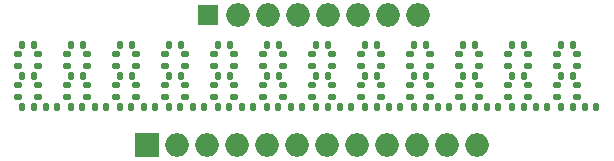
<source format=gbr>
%TF.GenerationSoftware,KiCad,Pcbnew,7.99.0-3522-gc5520b3eef-dirty*%
%TF.CreationDate,2023-12-16T18:04:07+00:00*%
%TF.ProjectId,display module,64697370-6c61-4792-906d-6f64756c652e,rev?*%
%TF.SameCoordinates,Original*%
%TF.FileFunction,Soldermask,Top*%
%TF.FilePolarity,Negative*%
%FSLAX46Y46*%
G04 Gerber Fmt 4.6, Leading zero omitted, Abs format (unit mm)*
G04 Created by KiCad (PCBNEW 7.99.0-3522-gc5520b3eef-dirty) date 2023-12-16 18:04:07*
%MOMM*%
%LPD*%
G01*
G04 APERTURE LIST*
G04 Aperture macros list*
%AMRoundRect*
0 Rectangle with rounded corners*
0 $1 Rounding radius*
0 $2 $3 $4 $5 $6 $7 $8 $9 X,Y pos of 4 corners*
0 Add a 4 corners polygon primitive as box body*
4,1,4,$2,$3,$4,$5,$6,$7,$8,$9,$2,$3,0*
0 Add four circle primitives for the rounded corners*
1,1,$1+$1,$2,$3*
1,1,$1+$1,$4,$5*
1,1,$1+$1,$6,$7*
1,1,$1+$1,$8,$9*
0 Add four rect primitives between the rounded corners*
20,1,$1+$1,$2,$3,$4,$5,0*
20,1,$1+$1,$4,$5,$6,$7,0*
20,1,$1+$1,$6,$7,$8,$9,0*
20,1,$1+$1,$8,$9,$2,$3,0*%
G04 Aperture macros list end*
%ADD10RoundRect,0.147500X0.147500X0.172500X-0.147500X0.172500X-0.147500X-0.172500X0.147500X-0.172500X0*%
%ADD11RoundRect,0.147500X-0.172500X0.147500X-0.172500X-0.147500X0.172500X-0.147500X0.172500X0.147500X0*%
%ADD12RoundRect,0.147500X-0.147500X-0.172500X0.147500X-0.172500X0.147500X0.172500X-0.147500X0.172500X0*%
%ADD13RoundRect,0.147500X0.172500X-0.147500X0.172500X0.147500X-0.172500X0.147500X-0.172500X-0.147500X0*%
%ADD14R,1.700000X1.700000*%
%ADD15O,2.000000X2.000000*%
%ADD16R,2.000000X2.000000*%
G04 APERTURE END LIST*
D10*
%TO.C,D20*%
X142662500Y-55700000D03*
X141692500Y-55700000D03*
%TD*%
D11*
%TO.C,D65*%
X166250000Y-53900000D03*
X166250000Y-54870000D03*
%TD*%
%TO.C,D47*%
X155450000Y-56515000D03*
X155450000Y-57485000D03*
%TD*%
D10*
%TO.C,D32*%
X148795000Y-58325000D03*
X147825000Y-58325000D03*
%TD*%
D12*
%TO.C,D21*%
X141682500Y-58325000D03*
X142652500Y-58325000D03*
%TD*%
%TO.C,D1*%
X133425000Y-53075000D03*
X134395000Y-53075000D03*
%TD*%
%TO.C,D35*%
X149992500Y-53075000D03*
X150962500Y-53075000D03*
%TD*%
D13*
%TO.C,D34*%
X149650000Y-57485000D03*
X149650000Y-56515000D03*
%TD*%
D10*
%TO.C,D64*%
X165395000Y-58325000D03*
X164425000Y-58325000D03*
%TD*%
%TO.C,D80*%
X173695000Y-58325000D03*
X172725000Y-58325000D03*
%TD*%
D13*
%TO.C,D46*%
X155450000Y-54870000D03*
X155450000Y-53900000D03*
%TD*%
D11*
%TO.C,D33*%
X149650000Y-53900000D03*
X149650000Y-54870000D03*
%TD*%
%TO.C,D41*%
X153800000Y-53900000D03*
X153800000Y-54870000D03*
%TD*%
D10*
%TO.C,D24*%
X144645000Y-58325000D03*
X143675000Y-58325000D03*
%TD*%
D12*
%TO.C,D83*%
X174892500Y-53075000D03*
X175862500Y-53075000D03*
%TD*%
%TO.C,D19*%
X141692500Y-53075000D03*
X142662500Y-53075000D03*
%TD*%
D11*
%TO.C,D55*%
X159600000Y-56515000D03*
X159600000Y-57485000D03*
%TD*%
D13*
%TO.C,D70*%
X167900000Y-54870000D03*
X167900000Y-53900000D03*
%TD*%
D10*
%TO.C,D52*%
X159262500Y-55700000D03*
X158292500Y-55700000D03*
%TD*%
D11*
%TO.C,D79*%
X172050000Y-56515000D03*
X172050000Y-57485000D03*
%TD*%
D10*
%TO.C,D56*%
X161245000Y-58325000D03*
X160275000Y-58325000D03*
%TD*%
%TO.C,D40*%
X152945000Y-58325000D03*
X151975000Y-58325000D03*
%TD*%
D13*
%TO.C,D6*%
X134732500Y-54870000D03*
X134732500Y-53900000D03*
%TD*%
D11*
%TO.C,D31*%
X147150000Y-56515000D03*
X147150000Y-57485000D03*
%TD*%
%TO.C,D73*%
X170400000Y-53900000D03*
X170400000Y-54870000D03*
%TD*%
D12*
%TO.C,D75*%
X170742500Y-53075000D03*
X171712500Y-53075000D03*
%TD*%
%TO.C,D59*%
X162442500Y-53075000D03*
X163412500Y-53075000D03*
%TD*%
D13*
%TO.C,D30*%
X147150000Y-54870000D03*
X147150000Y-53900000D03*
%TD*%
D11*
%TO.C,D71*%
X167900000Y-56515000D03*
X167900000Y-57485000D03*
%TD*%
D13*
%TO.C,D42*%
X153800000Y-57485000D03*
X153800000Y-56515000D03*
%TD*%
D10*
%TO.C,D12*%
X138512500Y-55700000D03*
X137542500Y-55700000D03*
%TD*%
D14*
%TO.C,J1*%
X149100000Y-50600000D03*
D15*
X151640000Y-50600000D03*
X154180000Y-50600000D03*
X156720000Y-50600000D03*
X159260000Y-50600000D03*
X161800000Y-50600000D03*
X164340000Y-50600000D03*
X166880000Y-50600000D03*
%TD*%
D10*
%TO.C,D36*%
X150962500Y-55700000D03*
X149992500Y-55700000D03*
%TD*%
D13*
%TO.C,D86*%
X176200000Y-54870000D03*
X176200000Y-53900000D03*
%TD*%
D11*
%TO.C,D25*%
X145500000Y-53900000D03*
X145500000Y-54870000D03*
%TD*%
D13*
%TO.C,D10*%
X137200000Y-57485000D03*
X137200000Y-56515000D03*
%TD*%
D12*
%TO.C,D13*%
X137532500Y-58325000D03*
X138502500Y-58325000D03*
%TD*%
D13*
%TO.C,D74*%
X170400000Y-57485000D03*
X170400000Y-56515000D03*
%TD*%
%TO.C,D18*%
X141350000Y-57485000D03*
X141350000Y-56515000D03*
%TD*%
D10*
%TO.C,D8*%
X136352500Y-58325000D03*
X135382500Y-58325000D03*
%TD*%
D12*
%TO.C,D69*%
X166582500Y-58325000D03*
X167552500Y-58325000D03*
%TD*%
D10*
%TO.C,D84*%
X175862500Y-55700000D03*
X174892500Y-55700000D03*
%TD*%
%TO.C,D68*%
X167562500Y-55700000D03*
X166592500Y-55700000D03*
%TD*%
%TO.C,D60*%
X163412500Y-55700000D03*
X162442500Y-55700000D03*
%TD*%
%TO.C,D88*%
X177845000Y-58325000D03*
X176875000Y-58325000D03*
%TD*%
%TO.C,D44*%
X155112500Y-55700000D03*
X154142500Y-55700000D03*
%TD*%
D11*
%TO.C,D7*%
X134732500Y-56515000D03*
X134732500Y-57485000D03*
%TD*%
D13*
%TO.C,D50*%
X157950000Y-57485000D03*
X157950000Y-56515000D03*
%TD*%
%TO.C,D58*%
X162100000Y-57485000D03*
X162100000Y-56515000D03*
%TD*%
D12*
%TO.C,D85*%
X174882500Y-58325000D03*
X175852500Y-58325000D03*
%TD*%
%TO.C,D91*%
X179042500Y-53075000D03*
X180012500Y-53075000D03*
%TD*%
%TO.C,D61*%
X162432500Y-58325000D03*
X163402500Y-58325000D03*
%TD*%
D10*
%TO.C,D5*%
X134395000Y-55700000D03*
X133425000Y-55700000D03*
%TD*%
D13*
%TO.C,D3*%
X133082500Y-57485000D03*
X133082500Y-56515000D03*
%TD*%
D12*
%TO.C,D77*%
X170732500Y-58325000D03*
X171702500Y-58325000D03*
%TD*%
D11*
%TO.C,D81*%
X174550000Y-53900000D03*
X174550000Y-54870000D03*
%TD*%
D13*
%TO.C,D54*%
X159600000Y-54870000D03*
X159600000Y-53900000D03*
%TD*%
D11*
%TO.C,D49*%
X157950000Y-53900000D03*
X157950000Y-54870000D03*
%TD*%
D12*
%TO.C,D93*%
X179032500Y-58325000D03*
X180002500Y-58325000D03*
%TD*%
D11*
%TO.C,D87*%
X176200000Y-56515000D03*
X176200000Y-57485000D03*
%TD*%
D13*
%TO.C,D14*%
X138850000Y-54870000D03*
X138850000Y-53900000D03*
%TD*%
D12*
%TO.C,D43*%
X154142500Y-53075000D03*
X155112500Y-53075000D03*
%TD*%
%TO.C,D67*%
X166592500Y-53075000D03*
X167562500Y-53075000D03*
%TD*%
%TO.C,D51*%
X158292500Y-53075000D03*
X159262500Y-53075000D03*
%TD*%
D13*
%TO.C,D82*%
X174550000Y-57485000D03*
X174550000Y-56515000D03*
%TD*%
D11*
%TO.C,D63*%
X163750000Y-56515000D03*
X163750000Y-57485000D03*
%TD*%
%TO.C,D89*%
X178700000Y-53900000D03*
X178700000Y-54870000D03*
%TD*%
D12*
%TO.C,D27*%
X145842500Y-53075000D03*
X146812500Y-53075000D03*
%TD*%
%TO.C,D4*%
X133415000Y-58325000D03*
X134385000Y-58325000D03*
%TD*%
D13*
%TO.C,D62*%
X163750000Y-54870000D03*
X163750000Y-53900000D03*
%TD*%
D10*
%TO.C,D96*%
X181995000Y-58325000D03*
X181025000Y-58325000D03*
%TD*%
D16*
%TO.C,J2*%
X144000000Y-61600000D03*
D15*
X146540000Y-61600000D03*
X149080000Y-61600000D03*
X151620000Y-61600000D03*
X154160000Y-61600000D03*
X156700000Y-61600000D03*
X159240000Y-61600000D03*
X161780000Y-61600000D03*
X164320000Y-61600000D03*
X166860000Y-61600000D03*
X169400000Y-61600000D03*
X171940000Y-61600000D03*
%TD*%
D10*
%TO.C,D48*%
X157095000Y-58325000D03*
X156125000Y-58325000D03*
%TD*%
D12*
%TO.C,D29*%
X145832500Y-58325000D03*
X146802500Y-58325000D03*
%TD*%
D11*
%TO.C,D9*%
X137200000Y-53900000D03*
X137200000Y-54870000D03*
%TD*%
%TO.C,D17*%
X141350000Y-53900000D03*
X141350000Y-54870000D03*
%TD*%
D13*
%TO.C,D26*%
X145500000Y-57485000D03*
X145500000Y-56515000D03*
%TD*%
%TO.C,D78*%
X172050000Y-54870000D03*
X172050000Y-53900000D03*
%TD*%
D11*
%TO.C,D57*%
X162100000Y-53900000D03*
X162100000Y-54870000D03*
%TD*%
D13*
%TO.C,D66*%
X166250000Y-57485000D03*
X166250000Y-56515000D03*
%TD*%
%TO.C,D94*%
X180350000Y-54870000D03*
X180350000Y-53900000D03*
%TD*%
D11*
%TO.C,D15*%
X138850000Y-56515000D03*
X138850000Y-57485000D03*
%TD*%
D10*
%TO.C,D72*%
X169545000Y-58325000D03*
X168575000Y-58325000D03*
%TD*%
%TO.C,D76*%
X171712500Y-55700000D03*
X170742500Y-55700000D03*
%TD*%
%TO.C,D92*%
X180012500Y-55700000D03*
X179042500Y-55700000D03*
%TD*%
D11*
%TO.C,D39*%
X151300000Y-56515000D03*
X151300000Y-57485000D03*
%TD*%
D12*
%TO.C,D53*%
X158282500Y-58325000D03*
X159252500Y-58325000D03*
%TD*%
D10*
%TO.C,D28*%
X146812500Y-55700000D03*
X145842500Y-55700000D03*
%TD*%
D13*
%TO.C,D38*%
X151300000Y-54870000D03*
X151300000Y-53900000D03*
%TD*%
D11*
%TO.C,D2*%
X133082500Y-53900000D03*
X133082500Y-54870000D03*
%TD*%
D12*
%TO.C,D37*%
X149982500Y-58325000D03*
X150952500Y-58325000D03*
%TD*%
D11*
%TO.C,D95*%
X180350000Y-56515000D03*
X180350000Y-57485000D03*
%TD*%
D12*
%TO.C,D45*%
X154132500Y-58325000D03*
X155102500Y-58325000D03*
%TD*%
%TO.C,D11*%
X137542500Y-53075000D03*
X138512500Y-53075000D03*
%TD*%
D13*
%TO.C,D90*%
X178700000Y-57485000D03*
X178700000Y-56515000D03*
%TD*%
%TO.C,D22*%
X143000000Y-54870000D03*
X143000000Y-53900000D03*
%TD*%
D10*
%TO.C,D16*%
X140495000Y-58325000D03*
X139525000Y-58325000D03*
%TD*%
D11*
%TO.C,D23*%
X143000000Y-56515000D03*
X143000000Y-57485000D03*
%TD*%
M02*

</source>
